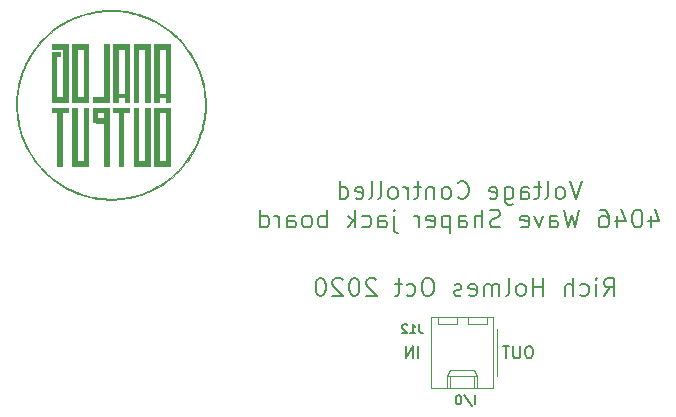
<source format=gbr>
%TF.GenerationSoftware,KiCad,Pcbnew,5.1.6-c6e7f7d~87~ubuntu20.04.1*%
%TF.CreationDate,2020-10-29T23:20:03-04:00*%
%TF.ProjectId,waveshaper-aux,77617665-7368-4617-9065-722d6175782e,rev?*%
%TF.SameCoordinates,Original*%
%TF.FileFunction,Legend,Bot*%
%TF.FilePolarity,Positive*%
%FSLAX46Y46*%
G04 Gerber Fmt 4.6, Leading zero omitted, Abs format (unit mm)*
G04 Created by KiCad (PCBNEW 5.1.6-c6e7f7d~87~ubuntu20.04.1) date 2020-10-29 23:20:03*
%MOMM*%
%LPD*%
G01*
G04 APERTURE LIST*
%ADD10C,0.150000*%
%ADD11C,0.120000*%
%ADD12C,0.010000*%
G04 APERTURE END LIST*
D10*
X236523809Y-186702380D02*
X236523809Y-185702380D01*
X236047619Y-186702380D02*
X236047619Y-185702380D01*
X235476190Y-186702380D01*
X235476190Y-185702380D01*
X246000000Y-185702380D02*
X245809523Y-185702380D01*
X245714285Y-185750000D01*
X245619047Y-185845238D01*
X245571428Y-186035714D01*
X245571428Y-186369047D01*
X245619047Y-186559523D01*
X245714285Y-186654761D01*
X245809523Y-186702380D01*
X246000000Y-186702380D01*
X246095238Y-186654761D01*
X246190476Y-186559523D01*
X246238095Y-186369047D01*
X246238095Y-186035714D01*
X246190476Y-185845238D01*
X246095238Y-185750000D01*
X246000000Y-185702380D01*
X245142857Y-185702380D02*
X245142857Y-186511904D01*
X245095238Y-186607142D01*
X245047619Y-186654761D01*
X244952380Y-186702380D01*
X244761904Y-186702380D01*
X244666666Y-186654761D01*
X244619047Y-186607142D01*
X244571428Y-186511904D01*
X244571428Y-185702380D01*
X244238095Y-185702380D02*
X243666666Y-185702380D01*
X243952380Y-186702380D02*
X243952380Y-185702380D01*
X250357142Y-171728571D02*
X249857142Y-173228571D01*
X249357142Y-171728571D01*
X248642857Y-173228571D02*
X248785714Y-173157142D01*
X248857142Y-173085714D01*
X248928571Y-172942857D01*
X248928571Y-172514285D01*
X248857142Y-172371428D01*
X248785714Y-172300000D01*
X248642857Y-172228571D01*
X248428571Y-172228571D01*
X248285714Y-172300000D01*
X248214285Y-172371428D01*
X248142857Y-172514285D01*
X248142857Y-172942857D01*
X248214285Y-173085714D01*
X248285714Y-173157142D01*
X248428571Y-173228571D01*
X248642857Y-173228571D01*
X247285714Y-173228571D02*
X247428571Y-173157142D01*
X247500000Y-173014285D01*
X247500000Y-171728571D01*
X246928571Y-172228571D02*
X246357142Y-172228571D01*
X246714285Y-171728571D02*
X246714285Y-173014285D01*
X246642857Y-173157142D01*
X246500000Y-173228571D01*
X246357142Y-173228571D01*
X245214285Y-173228571D02*
X245214285Y-172442857D01*
X245285714Y-172300000D01*
X245428571Y-172228571D01*
X245714285Y-172228571D01*
X245857142Y-172300000D01*
X245214285Y-173157142D02*
X245357142Y-173228571D01*
X245714285Y-173228571D01*
X245857142Y-173157142D01*
X245928571Y-173014285D01*
X245928571Y-172871428D01*
X245857142Y-172728571D01*
X245714285Y-172657142D01*
X245357142Y-172657142D01*
X245214285Y-172585714D01*
X243857142Y-172228571D02*
X243857142Y-173442857D01*
X243928571Y-173585714D01*
X244000000Y-173657142D01*
X244142857Y-173728571D01*
X244357142Y-173728571D01*
X244500000Y-173657142D01*
X243857142Y-173157142D02*
X244000000Y-173228571D01*
X244285714Y-173228571D01*
X244428571Y-173157142D01*
X244500000Y-173085714D01*
X244571428Y-172942857D01*
X244571428Y-172514285D01*
X244500000Y-172371428D01*
X244428571Y-172300000D01*
X244285714Y-172228571D01*
X244000000Y-172228571D01*
X243857142Y-172300000D01*
X242571428Y-173157142D02*
X242714285Y-173228571D01*
X243000000Y-173228571D01*
X243142857Y-173157142D01*
X243214285Y-173014285D01*
X243214285Y-172442857D01*
X243142857Y-172300000D01*
X243000000Y-172228571D01*
X242714285Y-172228571D01*
X242571428Y-172300000D01*
X242500000Y-172442857D01*
X242500000Y-172585714D01*
X243214285Y-172728571D01*
X239857142Y-173085714D02*
X239928571Y-173157142D01*
X240142857Y-173228571D01*
X240285714Y-173228571D01*
X240500000Y-173157142D01*
X240642857Y-173014285D01*
X240714285Y-172871428D01*
X240785714Y-172585714D01*
X240785714Y-172371428D01*
X240714285Y-172085714D01*
X240642857Y-171942857D01*
X240500000Y-171800000D01*
X240285714Y-171728571D01*
X240142857Y-171728571D01*
X239928571Y-171800000D01*
X239857142Y-171871428D01*
X239000000Y-173228571D02*
X239142857Y-173157142D01*
X239214285Y-173085714D01*
X239285714Y-172942857D01*
X239285714Y-172514285D01*
X239214285Y-172371428D01*
X239142857Y-172300000D01*
X239000000Y-172228571D01*
X238785714Y-172228571D01*
X238642857Y-172300000D01*
X238571428Y-172371428D01*
X238500000Y-172514285D01*
X238500000Y-172942857D01*
X238571428Y-173085714D01*
X238642857Y-173157142D01*
X238785714Y-173228571D01*
X239000000Y-173228571D01*
X237857142Y-172228571D02*
X237857142Y-173228571D01*
X237857142Y-172371428D02*
X237785714Y-172300000D01*
X237642857Y-172228571D01*
X237428571Y-172228571D01*
X237285714Y-172300000D01*
X237214285Y-172442857D01*
X237214285Y-173228571D01*
X236714285Y-172228571D02*
X236142857Y-172228571D01*
X236500000Y-171728571D02*
X236500000Y-173014285D01*
X236428571Y-173157142D01*
X236285714Y-173228571D01*
X236142857Y-173228571D01*
X235642857Y-173228571D02*
X235642857Y-172228571D01*
X235642857Y-172514285D02*
X235571428Y-172371428D01*
X235500000Y-172300000D01*
X235357142Y-172228571D01*
X235214285Y-172228571D01*
X234500000Y-173228571D02*
X234642857Y-173157142D01*
X234714285Y-173085714D01*
X234785714Y-172942857D01*
X234785714Y-172514285D01*
X234714285Y-172371428D01*
X234642857Y-172300000D01*
X234500000Y-172228571D01*
X234285714Y-172228571D01*
X234142857Y-172300000D01*
X234071428Y-172371428D01*
X234000000Y-172514285D01*
X234000000Y-172942857D01*
X234071428Y-173085714D01*
X234142857Y-173157142D01*
X234285714Y-173228571D01*
X234500000Y-173228571D01*
X233142857Y-173228571D02*
X233285714Y-173157142D01*
X233357142Y-173014285D01*
X233357142Y-171728571D01*
X232357142Y-173228571D02*
X232500000Y-173157142D01*
X232571428Y-173014285D01*
X232571428Y-171728571D01*
X231214285Y-173157142D02*
X231357142Y-173228571D01*
X231642857Y-173228571D01*
X231785714Y-173157142D01*
X231857142Y-173014285D01*
X231857142Y-172442857D01*
X231785714Y-172300000D01*
X231642857Y-172228571D01*
X231357142Y-172228571D01*
X231214285Y-172300000D01*
X231142857Y-172442857D01*
X231142857Y-172585714D01*
X231857142Y-172728571D01*
X229857142Y-173228571D02*
X229857142Y-171728571D01*
X229857142Y-173157142D02*
X230000000Y-173228571D01*
X230285714Y-173228571D01*
X230428571Y-173157142D01*
X230500000Y-173085714D01*
X230571428Y-172942857D01*
X230571428Y-172514285D01*
X230500000Y-172371428D01*
X230428571Y-172300000D01*
X230285714Y-172228571D01*
X230000000Y-172228571D01*
X229857142Y-172300000D01*
X256214285Y-174628571D02*
X256214285Y-175628571D01*
X256571428Y-174057142D02*
X256928571Y-175128571D01*
X256000000Y-175128571D01*
X255142857Y-174128571D02*
X255000000Y-174128571D01*
X254857142Y-174200000D01*
X254785714Y-174271428D01*
X254714285Y-174414285D01*
X254642857Y-174700000D01*
X254642857Y-175057142D01*
X254714285Y-175342857D01*
X254785714Y-175485714D01*
X254857142Y-175557142D01*
X255000000Y-175628571D01*
X255142857Y-175628571D01*
X255285714Y-175557142D01*
X255357142Y-175485714D01*
X255428571Y-175342857D01*
X255500000Y-175057142D01*
X255500000Y-174700000D01*
X255428571Y-174414285D01*
X255357142Y-174271428D01*
X255285714Y-174200000D01*
X255142857Y-174128571D01*
X253357142Y-174628571D02*
X253357142Y-175628571D01*
X253714285Y-174057142D02*
X254071428Y-175128571D01*
X253142857Y-175128571D01*
X251928571Y-174128571D02*
X252214285Y-174128571D01*
X252357142Y-174200000D01*
X252428571Y-174271428D01*
X252571428Y-174485714D01*
X252642857Y-174771428D01*
X252642857Y-175342857D01*
X252571428Y-175485714D01*
X252500000Y-175557142D01*
X252357142Y-175628571D01*
X252071428Y-175628571D01*
X251928571Y-175557142D01*
X251857142Y-175485714D01*
X251785714Y-175342857D01*
X251785714Y-174985714D01*
X251857142Y-174842857D01*
X251928571Y-174771428D01*
X252071428Y-174700000D01*
X252357142Y-174700000D01*
X252500000Y-174771428D01*
X252571428Y-174842857D01*
X252642857Y-174985714D01*
X250142857Y-174128571D02*
X249785714Y-175628571D01*
X249500000Y-174557142D01*
X249214285Y-175628571D01*
X248857142Y-174128571D01*
X247642857Y-175628571D02*
X247642857Y-174842857D01*
X247714285Y-174700000D01*
X247857142Y-174628571D01*
X248142857Y-174628571D01*
X248285714Y-174700000D01*
X247642857Y-175557142D02*
X247785714Y-175628571D01*
X248142857Y-175628571D01*
X248285714Y-175557142D01*
X248357142Y-175414285D01*
X248357142Y-175271428D01*
X248285714Y-175128571D01*
X248142857Y-175057142D01*
X247785714Y-175057142D01*
X247642857Y-174985714D01*
X247071428Y-174628571D02*
X246714285Y-175628571D01*
X246357142Y-174628571D01*
X245214285Y-175557142D02*
X245357142Y-175628571D01*
X245642857Y-175628571D01*
X245785714Y-175557142D01*
X245857142Y-175414285D01*
X245857142Y-174842857D01*
X245785714Y-174700000D01*
X245642857Y-174628571D01*
X245357142Y-174628571D01*
X245214285Y-174700000D01*
X245142857Y-174842857D01*
X245142857Y-174985714D01*
X245857142Y-175128571D01*
X243428571Y-175557142D02*
X243214285Y-175628571D01*
X242857142Y-175628571D01*
X242714285Y-175557142D01*
X242642857Y-175485714D01*
X242571428Y-175342857D01*
X242571428Y-175200000D01*
X242642857Y-175057142D01*
X242714285Y-174985714D01*
X242857142Y-174914285D01*
X243142857Y-174842857D01*
X243285714Y-174771428D01*
X243357142Y-174700000D01*
X243428571Y-174557142D01*
X243428571Y-174414285D01*
X243357142Y-174271428D01*
X243285714Y-174200000D01*
X243142857Y-174128571D01*
X242785714Y-174128571D01*
X242571428Y-174200000D01*
X241928571Y-175628571D02*
X241928571Y-174128571D01*
X241285714Y-175628571D02*
X241285714Y-174842857D01*
X241357142Y-174700000D01*
X241500000Y-174628571D01*
X241714285Y-174628571D01*
X241857142Y-174700000D01*
X241928571Y-174771428D01*
X239928571Y-175628571D02*
X239928571Y-174842857D01*
X240000000Y-174700000D01*
X240142857Y-174628571D01*
X240428571Y-174628571D01*
X240571428Y-174700000D01*
X239928571Y-175557142D02*
X240071428Y-175628571D01*
X240428571Y-175628571D01*
X240571428Y-175557142D01*
X240642857Y-175414285D01*
X240642857Y-175271428D01*
X240571428Y-175128571D01*
X240428571Y-175057142D01*
X240071428Y-175057142D01*
X239928571Y-174985714D01*
X239214285Y-174628571D02*
X239214285Y-176128571D01*
X239214285Y-174700000D02*
X239071428Y-174628571D01*
X238785714Y-174628571D01*
X238642857Y-174700000D01*
X238571428Y-174771428D01*
X238500000Y-174914285D01*
X238500000Y-175342857D01*
X238571428Y-175485714D01*
X238642857Y-175557142D01*
X238785714Y-175628571D01*
X239071428Y-175628571D01*
X239214285Y-175557142D01*
X237285714Y-175557142D02*
X237428571Y-175628571D01*
X237714285Y-175628571D01*
X237857142Y-175557142D01*
X237928571Y-175414285D01*
X237928571Y-174842857D01*
X237857142Y-174700000D01*
X237714285Y-174628571D01*
X237428571Y-174628571D01*
X237285714Y-174700000D01*
X237214285Y-174842857D01*
X237214285Y-174985714D01*
X237928571Y-175128571D01*
X236571428Y-175628571D02*
X236571428Y-174628571D01*
X236571428Y-174914285D02*
X236500000Y-174771428D01*
X236428571Y-174700000D01*
X236285714Y-174628571D01*
X236142857Y-174628571D01*
X234500000Y-174628571D02*
X234500000Y-175914285D01*
X234571428Y-176057142D01*
X234714285Y-176128571D01*
X234785714Y-176128571D01*
X234500000Y-174128571D02*
X234571428Y-174200000D01*
X234500000Y-174271428D01*
X234428571Y-174200000D01*
X234500000Y-174128571D01*
X234500000Y-174271428D01*
X233142857Y-175628571D02*
X233142857Y-174842857D01*
X233214285Y-174700000D01*
X233357142Y-174628571D01*
X233642857Y-174628571D01*
X233785714Y-174700000D01*
X233142857Y-175557142D02*
X233285714Y-175628571D01*
X233642857Y-175628571D01*
X233785714Y-175557142D01*
X233857142Y-175414285D01*
X233857142Y-175271428D01*
X233785714Y-175128571D01*
X233642857Y-175057142D01*
X233285714Y-175057142D01*
X233142857Y-174985714D01*
X231785714Y-175557142D02*
X231928571Y-175628571D01*
X232214285Y-175628571D01*
X232357142Y-175557142D01*
X232428571Y-175485714D01*
X232500000Y-175342857D01*
X232500000Y-174914285D01*
X232428571Y-174771428D01*
X232357142Y-174700000D01*
X232214285Y-174628571D01*
X231928571Y-174628571D01*
X231785714Y-174700000D01*
X231142857Y-175628571D02*
X231142857Y-174128571D01*
X231000000Y-175057142D02*
X230571428Y-175628571D01*
X230571428Y-174628571D02*
X231142857Y-175200000D01*
X228785714Y-175628571D02*
X228785714Y-174128571D01*
X228785714Y-174700000D02*
X228642857Y-174628571D01*
X228357142Y-174628571D01*
X228214285Y-174700000D01*
X228142857Y-174771428D01*
X228071428Y-174914285D01*
X228071428Y-175342857D01*
X228142857Y-175485714D01*
X228214285Y-175557142D01*
X228357142Y-175628571D01*
X228642857Y-175628571D01*
X228785714Y-175557142D01*
X227214285Y-175628571D02*
X227357142Y-175557142D01*
X227428571Y-175485714D01*
X227500000Y-175342857D01*
X227500000Y-174914285D01*
X227428571Y-174771428D01*
X227357142Y-174700000D01*
X227214285Y-174628571D01*
X227000000Y-174628571D01*
X226857142Y-174700000D01*
X226785714Y-174771428D01*
X226714285Y-174914285D01*
X226714285Y-175342857D01*
X226785714Y-175485714D01*
X226857142Y-175557142D01*
X227000000Y-175628571D01*
X227214285Y-175628571D01*
X225428571Y-175628571D02*
X225428571Y-174842857D01*
X225500000Y-174700000D01*
X225642857Y-174628571D01*
X225928571Y-174628571D01*
X226071428Y-174700000D01*
X225428571Y-175557142D02*
X225571428Y-175628571D01*
X225928571Y-175628571D01*
X226071428Y-175557142D01*
X226142857Y-175414285D01*
X226142857Y-175271428D01*
X226071428Y-175128571D01*
X225928571Y-175057142D01*
X225571428Y-175057142D01*
X225428571Y-174985714D01*
X224714285Y-175628571D02*
X224714285Y-174628571D01*
X224714285Y-174914285D02*
X224642857Y-174771428D01*
X224571428Y-174700000D01*
X224428571Y-174628571D01*
X224285714Y-174628571D01*
X223142857Y-175628571D02*
X223142857Y-174128571D01*
X223142857Y-175557142D02*
X223285714Y-175628571D01*
X223571428Y-175628571D01*
X223714285Y-175557142D01*
X223785714Y-175485714D01*
X223857142Y-175342857D01*
X223857142Y-174914285D01*
X223785714Y-174771428D01*
X223714285Y-174700000D01*
X223571428Y-174628571D01*
X223285714Y-174628571D01*
X223142857Y-174700000D01*
X252250000Y-181428571D02*
X252750000Y-180714285D01*
X253107142Y-181428571D02*
X253107142Y-179928571D01*
X252535714Y-179928571D01*
X252392857Y-180000000D01*
X252321428Y-180071428D01*
X252250000Y-180214285D01*
X252250000Y-180428571D01*
X252321428Y-180571428D01*
X252392857Y-180642857D01*
X252535714Y-180714285D01*
X253107142Y-180714285D01*
X251607142Y-181428571D02*
X251607142Y-180428571D01*
X251607142Y-179928571D02*
X251678571Y-180000000D01*
X251607142Y-180071428D01*
X251535714Y-180000000D01*
X251607142Y-179928571D01*
X251607142Y-180071428D01*
X250250000Y-181357142D02*
X250392857Y-181428571D01*
X250678571Y-181428571D01*
X250821428Y-181357142D01*
X250892857Y-181285714D01*
X250964285Y-181142857D01*
X250964285Y-180714285D01*
X250892857Y-180571428D01*
X250821428Y-180500000D01*
X250678571Y-180428571D01*
X250392857Y-180428571D01*
X250250000Y-180500000D01*
X249607142Y-181428571D02*
X249607142Y-179928571D01*
X248964285Y-181428571D02*
X248964285Y-180642857D01*
X249035714Y-180500000D01*
X249178571Y-180428571D01*
X249392857Y-180428571D01*
X249535714Y-180500000D01*
X249607142Y-180571428D01*
X247107142Y-181428571D02*
X247107142Y-179928571D01*
X247107142Y-180642857D02*
X246250000Y-180642857D01*
X246250000Y-181428571D02*
X246250000Y-179928571D01*
X245321428Y-181428571D02*
X245464285Y-181357142D01*
X245535714Y-181285714D01*
X245607142Y-181142857D01*
X245607142Y-180714285D01*
X245535714Y-180571428D01*
X245464285Y-180500000D01*
X245321428Y-180428571D01*
X245107142Y-180428571D01*
X244964285Y-180500000D01*
X244892857Y-180571428D01*
X244821428Y-180714285D01*
X244821428Y-181142857D01*
X244892857Y-181285714D01*
X244964285Y-181357142D01*
X245107142Y-181428571D01*
X245321428Y-181428571D01*
X243964285Y-181428571D02*
X244107142Y-181357142D01*
X244178571Y-181214285D01*
X244178571Y-179928571D01*
X243392857Y-181428571D02*
X243392857Y-180428571D01*
X243392857Y-180571428D02*
X243321428Y-180500000D01*
X243178571Y-180428571D01*
X242964285Y-180428571D01*
X242821428Y-180500000D01*
X242750000Y-180642857D01*
X242750000Y-181428571D01*
X242750000Y-180642857D02*
X242678571Y-180500000D01*
X242535714Y-180428571D01*
X242321428Y-180428571D01*
X242178571Y-180500000D01*
X242107142Y-180642857D01*
X242107142Y-181428571D01*
X240821428Y-181357142D02*
X240964285Y-181428571D01*
X241250000Y-181428571D01*
X241392857Y-181357142D01*
X241464285Y-181214285D01*
X241464285Y-180642857D01*
X241392857Y-180500000D01*
X241250000Y-180428571D01*
X240964285Y-180428571D01*
X240821428Y-180500000D01*
X240750000Y-180642857D01*
X240750000Y-180785714D01*
X241464285Y-180928571D01*
X240178571Y-181357142D02*
X240035714Y-181428571D01*
X239750000Y-181428571D01*
X239607142Y-181357142D01*
X239535714Y-181214285D01*
X239535714Y-181142857D01*
X239607142Y-181000000D01*
X239750000Y-180928571D01*
X239964285Y-180928571D01*
X240107142Y-180857142D01*
X240178571Y-180714285D01*
X240178571Y-180642857D01*
X240107142Y-180500000D01*
X239964285Y-180428571D01*
X239750000Y-180428571D01*
X239607142Y-180500000D01*
X237464285Y-179928571D02*
X237178571Y-179928571D01*
X237035714Y-180000000D01*
X236892857Y-180142857D01*
X236821428Y-180428571D01*
X236821428Y-180928571D01*
X236892857Y-181214285D01*
X237035714Y-181357142D01*
X237178571Y-181428571D01*
X237464285Y-181428571D01*
X237607142Y-181357142D01*
X237750000Y-181214285D01*
X237821428Y-180928571D01*
X237821428Y-180428571D01*
X237750000Y-180142857D01*
X237607142Y-180000000D01*
X237464285Y-179928571D01*
X235535714Y-181357142D02*
X235678571Y-181428571D01*
X235964285Y-181428571D01*
X236107142Y-181357142D01*
X236178571Y-181285714D01*
X236250000Y-181142857D01*
X236250000Y-180714285D01*
X236178571Y-180571428D01*
X236107142Y-180500000D01*
X235964285Y-180428571D01*
X235678571Y-180428571D01*
X235535714Y-180500000D01*
X235107142Y-180428571D02*
X234535714Y-180428571D01*
X234892857Y-179928571D02*
X234892857Y-181214285D01*
X234821428Y-181357142D01*
X234678571Y-181428571D01*
X234535714Y-181428571D01*
X232964285Y-180071428D02*
X232892857Y-180000000D01*
X232750000Y-179928571D01*
X232392857Y-179928571D01*
X232250000Y-180000000D01*
X232178571Y-180071428D01*
X232107142Y-180214285D01*
X232107142Y-180357142D01*
X232178571Y-180571428D01*
X233035714Y-181428571D01*
X232107142Y-181428571D01*
X231178571Y-179928571D02*
X231035714Y-179928571D01*
X230892857Y-180000000D01*
X230821428Y-180071428D01*
X230750000Y-180214285D01*
X230678571Y-180500000D01*
X230678571Y-180857142D01*
X230750000Y-181142857D01*
X230821428Y-181285714D01*
X230892857Y-181357142D01*
X231035714Y-181428571D01*
X231178571Y-181428571D01*
X231321428Y-181357142D01*
X231392857Y-181285714D01*
X231464285Y-181142857D01*
X231535714Y-180857142D01*
X231535714Y-180500000D01*
X231464285Y-180214285D01*
X231392857Y-180071428D01*
X231321428Y-180000000D01*
X231178571Y-179928571D01*
X230107142Y-180071428D02*
X230035714Y-180000000D01*
X229892857Y-179928571D01*
X229535714Y-179928571D01*
X229392857Y-180000000D01*
X229321428Y-180071428D01*
X229250000Y-180214285D01*
X229250000Y-180357142D01*
X229321428Y-180571428D01*
X230178571Y-181428571D01*
X229250000Y-181428571D01*
X228321428Y-179928571D02*
X228178571Y-179928571D01*
X228035714Y-180000000D01*
X227964285Y-180071428D01*
X227892857Y-180214285D01*
X227821428Y-180500000D01*
X227821428Y-180857142D01*
X227892857Y-181142857D01*
X227964285Y-181285714D01*
X228035714Y-181357142D01*
X228178571Y-181428571D01*
X228321428Y-181428571D01*
X228464285Y-181357142D01*
X228535714Y-181285714D01*
X228607142Y-181142857D01*
X228678571Y-180857142D01*
X228678571Y-180500000D01*
X228607142Y-180214285D01*
X228535714Y-180071428D01*
X228464285Y-180000000D01*
X228321428Y-179928571D01*
D11*
%TO.C,J12*%
X238160000Y-183820000D02*
X238160000Y-183220000D01*
X239760000Y-183820000D02*
X238160000Y-183820000D01*
X239760000Y-183220000D02*
X239760000Y-183820000D01*
X240700000Y-183820000D02*
X240700000Y-183220000D01*
X242300000Y-183820000D02*
X240700000Y-183820000D01*
X242300000Y-183220000D02*
X242300000Y-183820000D01*
X239210000Y-189240000D02*
X239210000Y-188240000D01*
X241250000Y-189240000D02*
X241250000Y-188240000D01*
X239210000Y-187710000D02*
X238960000Y-188240000D01*
X241250000Y-187710000D02*
X239210000Y-187710000D01*
X241500000Y-188240000D02*
X241250000Y-187710000D01*
X238960000Y-188240000D02*
X238960000Y-189240000D01*
X241500000Y-188240000D02*
X238960000Y-188240000D01*
X241500000Y-189240000D02*
X241500000Y-188240000D01*
X243170000Y-184250000D02*
X243170000Y-188250000D01*
X237580000Y-183220000D02*
X242880000Y-183220000D01*
X237580000Y-189240000D02*
X237580000Y-183220000D01*
X242880000Y-189240000D02*
X237580000Y-189240000D01*
X242880000Y-183220000D02*
X242880000Y-189240000D01*
D12*
%TO.C,G\u002A\u002A\u002A*%
G36*
X210325009Y-157225735D02*
G01*
X210109371Y-157232774D01*
X209901091Y-157245337D01*
X209890400Y-157246151D01*
X209571626Y-157277031D01*
X209255426Y-157320289D01*
X208942096Y-157375818D01*
X208631928Y-157443510D01*
X208325218Y-157523257D01*
X208022259Y-157614950D01*
X207723346Y-157718480D01*
X207428773Y-157833741D01*
X207138834Y-157960622D01*
X206853823Y-158099017D01*
X206574035Y-158248816D01*
X206299763Y-158409912D01*
X206031301Y-158582196D01*
X205775600Y-158760716D01*
X205527604Y-158948759D01*
X205286079Y-159147428D01*
X205051714Y-159356041D01*
X204825199Y-159573919D01*
X204607223Y-159800380D01*
X204398476Y-160034742D01*
X204199645Y-160276326D01*
X204066140Y-160450161D01*
X203881124Y-160708787D01*
X203706770Y-160974146D01*
X203543239Y-161245861D01*
X203390694Y-161523556D01*
X203249296Y-161806854D01*
X203119206Y-162095380D01*
X203000587Y-162388756D01*
X202893601Y-162686608D01*
X202798409Y-162988557D01*
X202715173Y-163294229D01*
X202644055Y-163603246D01*
X202590945Y-163881575D01*
X202562958Y-164054235D01*
X202538963Y-164225168D01*
X202518561Y-164397803D01*
X202501352Y-164575570D01*
X202486937Y-164761896D01*
X202485069Y-164789625D01*
X202482958Y-164829936D01*
X202481165Y-164881142D01*
X202479689Y-164941464D01*
X202478531Y-165009124D01*
X202477690Y-165082341D01*
X202477167Y-165159338D01*
X202476961Y-165238334D01*
X202477074Y-165317552D01*
X202477504Y-165395212D01*
X202478252Y-165469534D01*
X202479319Y-165538741D01*
X202480704Y-165601053D01*
X202482407Y-165654691D01*
X202484429Y-165697876D01*
X202485009Y-165707200D01*
X202506361Y-165975334D01*
X202534324Y-166234351D01*
X202569188Y-166486148D01*
X202611243Y-166732622D01*
X202660779Y-166975671D01*
X202712045Y-167193241D01*
X202796259Y-167503427D01*
X202892154Y-167808673D01*
X202999638Y-168108811D01*
X203118622Y-168403671D01*
X203249016Y-168693085D01*
X203390729Y-168976882D01*
X203543671Y-169254895D01*
X203707753Y-169526954D01*
X203882883Y-169792889D01*
X204068972Y-170052532D01*
X204265930Y-170305714D01*
X204473666Y-170552265D01*
X204545554Y-170633239D01*
X204577512Y-170668069D01*
X204617042Y-170710027D01*
X204662613Y-170757566D01*
X204712690Y-170809144D01*
X204765738Y-170863214D01*
X204820224Y-170918232D01*
X204874614Y-170972654D01*
X204927374Y-171024935D01*
X204976969Y-171073529D01*
X205021866Y-171116893D01*
X205060531Y-171153481D01*
X205080275Y-171171698D01*
X205322836Y-171384082D01*
X205572174Y-171585786D01*
X205828032Y-171776703D01*
X206090154Y-171956729D01*
X206358283Y-172125757D01*
X206632164Y-172283681D01*
X206911538Y-172430395D01*
X207196149Y-172565794D01*
X207485742Y-172689772D01*
X207780059Y-172802223D01*
X208078844Y-172903041D01*
X208381840Y-172992120D01*
X208688790Y-173069355D01*
X208999438Y-173134638D01*
X209313528Y-173187866D01*
X209630802Y-173228931D01*
X209951004Y-173257728D01*
X210166625Y-173270087D01*
X210205981Y-173271469D01*
X210255474Y-173272637D01*
X210312849Y-173273583D01*
X210375849Y-173274301D01*
X210442219Y-173274782D01*
X210509705Y-173275020D01*
X210576049Y-173275006D01*
X210638997Y-173274734D01*
X210696292Y-173274196D01*
X210745681Y-173273385D01*
X210784906Y-173272293D01*
X210788925Y-173272138D01*
X211110722Y-173253071D01*
X211429955Y-173221720D01*
X211746341Y-173178190D01*
X212059596Y-173122587D01*
X212369438Y-173055016D01*
X212675584Y-172975583D01*
X212977751Y-172884392D01*
X213275655Y-172781550D01*
X213569013Y-172667162D01*
X213857543Y-172541333D01*
X214140962Y-172404168D01*
X214418985Y-172255773D01*
X214691331Y-172096253D01*
X214957715Y-171925714D01*
X215217856Y-171744261D01*
X215471470Y-171552000D01*
X215526025Y-171508532D01*
X215737418Y-171332109D01*
X215946302Y-171144938D01*
X216150677Y-170948964D01*
X216348541Y-170746129D01*
X216537893Y-170538375D01*
X216605801Y-170460175D01*
X216803678Y-170219527D01*
X216992429Y-169970284D01*
X217171698Y-169713034D01*
X217341129Y-169448365D01*
X217500368Y-169176867D01*
X217649059Y-168899127D01*
X217786847Y-168615734D01*
X217913377Y-168327277D01*
X217955038Y-168224975D01*
X218066951Y-167927599D01*
X218166713Y-167626886D01*
X218254313Y-167323211D01*
X218329739Y-167016952D01*
X218392978Y-166708484D01*
X218444020Y-166398185D01*
X218482850Y-166086431D01*
X218509459Y-165773599D01*
X218523833Y-165460065D01*
X218525257Y-165250000D01*
X218440525Y-165250000D01*
X218440420Y-165346293D01*
X218440053Y-165431638D01*
X218439342Y-165507786D01*
X218438208Y-165576488D01*
X218436571Y-165639495D01*
X218434351Y-165698557D01*
X218431468Y-165755424D01*
X218427841Y-165811849D01*
X218423391Y-165869581D01*
X218418037Y-165930371D01*
X218411699Y-165995971D01*
X218404298Y-166068131D01*
X218402188Y-166088200D01*
X218362733Y-166401784D01*
X218310918Y-166712810D01*
X218246887Y-167020937D01*
X218170786Y-167325827D01*
X218082758Y-167627138D01*
X217982949Y-167924531D01*
X217871503Y-168217665D01*
X217748565Y-168506201D01*
X217614278Y-168789799D01*
X217468789Y-169068118D01*
X217312242Y-169340819D01*
X217144781Y-169607562D01*
X216966550Y-169868007D01*
X216777696Y-170121813D01*
X216584278Y-170361595D01*
X216525300Y-170431174D01*
X216468385Y-170496716D01*
X216411728Y-170560173D01*
X216353524Y-170623500D01*
X216291968Y-170688647D01*
X216225256Y-170757568D01*
X216151582Y-170832215D01*
X216120129Y-170863744D01*
X215991722Y-170990062D01*
X215867782Y-171107562D01*
X215746037Y-171218192D01*
X215624215Y-171323898D01*
X215500044Y-171426628D01*
X215371255Y-171528330D01*
X215235573Y-171630950D01*
X215162960Y-171684290D01*
X214920788Y-171853233D01*
X214669703Y-172014170D01*
X214410879Y-172166523D01*
X214145489Y-172309718D01*
X213874710Y-172443179D01*
X213599715Y-172566331D01*
X213321679Y-172678598D01*
X213041777Y-172779404D01*
X212761182Y-172868175D01*
X212725675Y-172878524D01*
X212496154Y-172941549D01*
X212270120Y-172996941D01*
X212045439Y-173045055D01*
X211819972Y-173086244D01*
X211591585Y-173120863D01*
X211358141Y-173149267D01*
X211117502Y-173171810D01*
X210867534Y-173188847D01*
X210849250Y-173189864D01*
X210821293Y-173190894D01*
X210782221Y-173191600D01*
X210733615Y-173192002D01*
X210677056Y-173192121D01*
X210614126Y-173191975D01*
X210546404Y-173191584D01*
X210475472Y-173190970D01*
X210402911Y-173190150D01*
X210330302Y-173189146D01*
X210259224Y-173187976D01*
X210191260Y-173186661D01*
X210127990Y-173185221D01*
X210070995Y-173183675D01*
X210021856Y-173182043D01*
X209982154Y-173180346D01*
X209953900Y-173178635D01*
X209809442Y-173166665D01*
X209674159Y-173153570D01*
X209544545Y-173138923D01*
X209417097Y-173122300D01*
X209288308Y-173103277D01*
X209160150Y-173082359D01*
X208850510Y-173023295D01*
X208543869Y-172951975D01*
X208240608Y-172868569D01*
X207941105Y-172773249D01*
X207645737Y-172666185D01*
X207354884Y-172547547D01*
X207068923Y-172417506D01*
X206788234Y-172276233D01*
X206513194Y-172123898D01*
X206244181Y-171960672D01*
X205981575Y-171786725D01*
X205725753Y-171602227D01*
X205518425Y-171440866D01*
X205310283Y-171267043D01*
X205105548Y-171083804D01*
X204906369Y-170893227D01*
X204714898Y-170697393D01*
X204533285Y-170498381D01*
X204477831Y-170434632D01*
X204274860Y-170188812D01*
X204082363Y-169935875D01*
X203900468Y-169676036D01*
X203729306Y-169409510D01*
X203569009Y-169136511D01*
X203419705Y-168857255D01*
X203281527Y-168571957D01*
X203154604Y-168280832D01*
X203123646Y-168204666D01*
X203011364Y-167907325D01*
X202911208Y-167606408D01*
X202823252Y-167302227D01*
X202747572Y-166995092D01*
X202684244Y-166685316D01*
X202633342Y-166373210D01*
X202594942Y-166059086D01*
X202588183Y-165989775D01*
X202582207Y-165924465D01*
X202577107Y-165865676D01*
X202572815Y-165811664D01*
X202569263Y-165760687D01*
X202566382Y-165711004D01*
X202564106Y-165660873D01*
X202562366Y-165608551D01*
X202561093Y-165552296D01*
X202560221Y-165490367D01*
X202559681Y-165421022D01*
X202559405Y-165342518D01*
X202559326Y-165253113D01*
X202559325Y-165250000D01*
X202559400Y-165160211D01*
X202559668Y-165081379D01*
X202560199Y-165011763D01*
X202561059Y-164949620D01*
X202562317Y-164893208D01*
X202564041Y-164840785D01*
X202566299Y-164790610D01*
X202569159Y-164740940D01*
X202572688Y-164690033D01*
X202576955Y-164636147D01*
X202582028Y-164577541D01*
X202587974Y-164512471D01*
X202588183Y-164510225D01*
X202623729Y-164196587D01*
X202671716Y-163885048D01*
X202732001Y-163575996D01*
X202804441Y-163269818D01*
X202888891Y-162966902D01*
X202985209Y-162667635D01*
X203093252Y-162372406D01*
X203212876Y-162081601D01*
X203343939Y-161795608D01*
X203486296Y-161514815D01*
X203639804Y-161239610D01*
X203804321Y-160970379D01*
X203979703Y-160707511D01*
X204009306Y-160665300D01*
X204196191Y-160411644D01*
X204393354Y-160165341D01*
X204600514Y-159926690D01*
X204817389Y-159695990D01*
X205043696Y-159473539D01*
X205279154Y-159259637D01*
X205523481Y-159054582D01*
X205547000Y-159035687D01*
X205790568Y-158848764D01*
X206042808Y-158670822D01*
X206303058Y-158502232D01*
X206570652Y-158343367D01*
X206844925Y-158194601D01*
X207125213Y-158056305D01*
X207410851Y-157928853D01*
X207701175Y-157812617D01*
X207782200Y-157782502D01*
X208065528Y-157685024D01*
X208351701Y-157598738D01*
X208641467Y-157523486D01*
X208935573Y-157459108D01*
X209234766Y-157405447D01*
X209539791Y-157362344D01*
X209851396Y-157329641D01*
X209960250Y-157320767D01*
X210011370Y-157317595D01*
X210073408Y-157314898D01*
X210144593Y-157312679D01*
X210223153Y-157310935D01*
X210307315Y-157309667D01*
X210395309Y-157308876D01*
X210485361Y-157308561D01*
X210575700Y-157308722D01*
X210664553Y-157309359D01*
X210750149Y-157310473D01*
X210830716Y-157312062D01*
X210904480Y-157314128D01*
X210969671Y-157316670D01*
X211024517Y-157319689D01*
X211039750Y-157320767D01*
X211315546Y-157345598D01*
X211582838Y-157377842D01*
X211843686Y-157417858D01*
X212100144Y-157466002D01*
X212354271Y-157522631D01*
X212608124Y-157588104D01*
X212657319Y-157601805D01*
X212957127Y-157692852D01*
X213253427Y-157795948D01*
X213545696Y-157910819D01*
X213833407Y-158037187D01*
X214116037Y-158174778D01*
X214393060Y-158323317D01*
X214663952Y-158482527D01*
X214928188Y-158652134D01*
X215185244Y-158831861D01*
X215434595Y-159021434D01*
X215569628Y-159130928D01*
X215714563Y-159254537D01*
X215861129Y-159385990D01*
X216006920Y-159522948D01*
X216149530Y-159663072D01*
X216286553Y-159804023D01*
X216415583Y-159943463D01*
X216478569Y-160014425D01*
X216682443Y-160257239D01*
X216875992Y-160507244D01*
X217059065Y-160764096D01*
X217231512Y-161027449D01*
X217393183Y-161296959D01*
X217543927Y-161572283D01*
X217683592Y-161853076D01*
X217812030Y-162138995D01*
X217929088Y-162429694D01*
X218034617Y-162724830D01*
X218128466Y-163024058D01*
X218210485Y-163327035D01*
X218280522Y-163633415D01*
X218338428Y-163942856D01*
X218384051Y-164255012D01*
X218402188Y-164411800D01*
X218409879Y-164485953D01*
X218416486Y-164553091D01*
X218422088Y-164614965D01*
X218426765Y-164673324D01*
X218430599Y-164729920D01*
X218433668Y-164786504D01*
X218436053Y-164844826D01*
X218437834Y-164906638D01*
X218439091Y-164973689D01*
X218439904Y-165047731D01*
X218440353Y-165130515D01*
X218440519Y-165223791D01*
X218440525Y-165250000D01*
X218525257Y-165250000D01*
X218525961Y-165146206D01*
X218515831Y-164832399D01*
X218493431Y-164519019D01*
X218458748Y-164206445D01*
X218411771Y-163895052D01*
X218352488Y-163585217D01*
X218280887Y-163277317D01*
X218196955Y-162971728D01*
X218129244Y-162754450D01*
X218024074Y-162453487D01*
X217907255Y-162157463D01*
X217778952Y-161866663D01*
X217639335Y-161581376D01*
X217488571Y-161301888D01*
X217326826Y-161028485D01*
X217154269Y-160761455D01*
X216971068Y-160501084D01*
X216777389Y-160247661D01*
X216573401Y-160001470D01*
X216421538Y-159830275D01*
X216391783Y-159798295D01*
X216354406Y-159759116D01*
X216310971Y-159714307D01*
X216263046Y-159665433D01*
X216212197Y-159614061D01*
X216159992Y-159561757D01*
X216107996Y-159510090D01*
X216057778Y-159460624D01*
X216010903Y-159414928D01*
X215968938Y-159374568D01*
X215933451Y-159341110D01*
X215919725Y-159328462D01*
X215678953Y-159117276D01*
X215430816Y-158916321D01*
X215175604Y-158725760D01*
X214913605Y-158545753D01*
X214645110Y-158376464D01*
X214370406Y-158218054D01*
X214089784Y-158070685D01*
X213803531Y-157934520D01*
X213511939Y-157809720D01*
X213215295Y-157696447D01*
X212913889Y-157594863D01*
X212722500Y-157537174D01*
X212413603Y-157454847D01*
X212101890Y-157384900D01*
X211787412Y-157327345D01*
X211470225Y-157282191D01*
X211185800Y-157252451D01*
X210978403Y-157237578D01*
X210763293Y-157228156D01*
X210544240Y-157224202D01*
X210325009Y-157225735D01*
G37*
X210325009Y-157225735D02*
X210109371Y-157232774D01*
X209901091Y-157245337D01*
X209890400Y-157246151D01*
X209571626Y-157277031D01*
X209255426Y-157320289D01*
X208942096Y-157375818D01*
X208631928Y-157443510D01*
X208325218Y-157523257D01*
X208022259Y-157614950D01*
X207723346Y-157718480D01*
X207428773Y-157833741D01*
X207138834Y-157960622D01*
X206853823Y-158099017D01*
X206574035Y-158248816D01*
X206299763Y-158409912D01*
X206031301Y-158582196D01*
X205775600Y-158760716D01*
X205527604Y-158948759D01*
X205286079Y-159147428D01*
X205051714Y-159356041D01*
X204825199Y-159573919D01*
X204607223Y-159800380D01*
X204398476Y-160034742D01*
X204199645Y-160276326D01*
X204066140Y-160450161D01*
X203881124Y-160708787D01*
X203706770Y-160974146D01*
X203543239Y-161245861D01*
X203390694Y-161523556D01*
X203249296Y-161806854D01*
X203119206Y-162095380D01*
X203000587Y-162388756D01*
X202893601Y-162686608D01*
X202798409Y-162988557D01*
X202715173Y-163294229D01*
X202644055Y-163603246D01*
X202590945Y-163881575D01*
X202562958Y-164054235D01*
X202538963Y-164225168D01*
X202518561Y-164397803D01*
X202501352Y-164575570D01*
X202486937Y-164761896D01*
X202485069Y-164789625D01*
X202482958Y-164829936D01*
X202481165Y-164881142D01*
X202479689Y-164941464D01*
X202478531Y-165009124D01*
X202477690Y-165082341D01*
X202477167Y-165159338D01*
X202476961Y-165238334D01*
X202477074Y-165317552D01*
X202477504Y-165395212D01*
X202478252Y-165469534D01*
X202479319Y-165538741D01*
X202480704Y-165601053D01*
X202482407Y-165654691D01*
X202484429Y-165697876D01*
X202485009Y-165707200D01*
X202506361Y-165975334D01*
X202534324Y-166234351D01*
X202569188Y-166486148D01*
X202611243Y-166732622D01*
X202660779Y-166975671D01*
X202712045Y-167193241D01*
X202796259Y-167503427D01*
X202892154Y-167808673D01*
X202999638Y-168108811D01*
X203118622Y-168403671D01*
X203249016Y-168693085D01*
X203390729Y-168976882D01*
X203543671Y-169254895D01*
X203707753Y-169526954D01*
X203882883Y-169792889D01*
X204068972Y-170052532D01*
X204265930Y-170305714D01*
X204473666Y-170552265D01*
X204545554Y-170633239D01*
X204577512Y-170668069D01*
X204617042Y-170710027D01*
X204662613Y-170757566D01*
X204712690Y-170809144D01*
X204765738Y-170863214D01*
X204820224Y-170918232D01*
X204874614Y-170972654D01*
X204927374Y-171024935D01*
X204976969Y-171073529D01*
X205021866Y-171116893D01*
X205060531Y-171153481D01*
X205080275Y-171171698D01*
X205322836Y-171384082D01*
X205572174Y-171585786D01*
X205828032Y-171776703D01*
X206090154Y-171956729D01*
X206358283Y-172125757D01*
X206632164Y-172283681D01*
X206911538Y-172430395D01*
X207196149Y-172565794D01*
X207485742Y-172689772D01*
X207780059Y-172802223D01*
X208078844Y-172903041D01*
X208381840Y-172992120D01*
X208688790Y-173069355D01*
X208999438Y-173134638D01*
X209313528Y-173187866D01*
X209630802Y-173228931D01*
X209951004Y-173257728D01*
X210166625Y-173270087D01*
X210205981Y-173271469D01*
X210255474Y-173272637D01*
X210312849Y-173273583D01*
X210375849Y-173274301D01*
X210442219Y-173274782D01*
X210509705Y-173275020D01*
X210576049Y-173275006D01*
X210638997Y-173274734D01*
X210696292Y-173274196D01*
X210745681Y-173273385D01*
X210784906Y-173272293D01*
X210788925Y-173272138D01*
X211110722Y-173253071D01*
X211429955Y-173221720D01*
X211746341Y-173178190D01*
X212059596Y-173122587D01*
X212369438Y-173055016D01*
X212675584Y-172975583D01*
X212977751Y-172884392D01*
X213275655Y-172781550D01*
X213569013Y-172667162D01*
X213857543Y-172541333D01*
X214140962Y-172404168D01*
X214418985Y-172255773D01*
X214691331Y-172096253D01*
X214957715Y-171925714D01*
X215217856Y-171744261D01*
X215471470Y-171552000D01*
X215526025Y-171508532D01*
X215737418Y-171332109D01*
X215946302Y-171144938D01*
X216150677Y-170948964D01*
X216348541Y-170746129D01*
X216537893Y-170538375D01*
X216605801Y-170460175D01*
X216803678Y-170219527D01*
X216992429Y-169970284D01*
X217171698Y-169713034D01*
X217341129Y-169448365D01*
X217500368Y-169176867D01*
X217649059Y-168899127D01*
X217786847Y-168615734D01*
X217913377Y-168327277D01*
X217955038Y-168224975D01*
X218066951Y-167927599D01*
X218166713Y-167626886D01*
X218254313Y-167323211D01*
X218329739Y-167016952D01*
X218392978Y-166708484D01*
X218444020Y-166398185D01*
X218482850Y-166086431D01*
X218509459Y-165773599D01*
X218523833Y-165460065D01*
X218525257Y-165250000D01*
X218440525Y-165250000D01*
X218440420Y-165346293D01*
X218440053Y-165431638D01*
X218439342Y-165507786D01*
X218438208Y-165576488D01*
X218436571Y-165639495D01*
X218434351Y-165698557D01*
X218431468Y-165755424D01*
X218427841Y-165811849D01*
X218423391Y-165869581D01*
X218418037Y-165930371D01*
X218411699Y-165995971D01*
X218404298Y-166068131D01*
X218402188Y-166088200D01*
X218362733Y-166401784D01*
X218310918Y-166712810D01*
X218246887Y-167020937D01*
X218170786Y-167325827D01*
X218082758Y-167627138D01*
X217982949Y-167924531D01*
X217871503Y-168217665D01*
X217748565Y-168506201D01*
X217614278Y-168789799D01*
X217468789Y-169068118D01*
X217312242Y-169340819D01*
X217144781Y-169607562D01*
X216966550Y-169868007D01*
X216777696Y-170121813D01*
X216584278Y-170361595D01*
X216525300Y-170431174D01*
X216468385Y-170496716D01*
X216411728Y-170560173D01*
X216353524Y-170623500D01*
X216291968Y-170688647D01*
X216225256Y-170757568D01*
X216151582Y-170832215D01*
X216120129Y-170863744D01*
X215991722Y-170990062D01*
X215867782Y-171107562D01*
X215746037Y-171218192D01*
X215624215Y-171323898D01*
X215500044Y-171426628D01*
X215371255Y-171528330D01*
X215235573Y-171630950D01*
X215162960Y-171684290D01*
X214920788Y-171853233D01*
X214669703Y-172014170D01*
X214410879Y-172166523D01*
X214145489Y-172309718D01*
X213874710Y-172443179D01*
X213599715Y-172566331D01*
X213321679Y-172678598D01*
X213041777Y-172779404D01*
X212761182Y-172868175D01*
X212725675Y-172878524D01*
X212496154Y-172941549D01*
X212270120Y-172996941D01*
X212045439Y-173045055D01*
X211819972Y-173086244D01*
X211591585Y-173120863D01*
X211358141Y-173149267D01*
X211117502Y-173171810D01*
X210867534Y-173188847D01*
X210849250Y-173189864D01*
X210821293Y-173190894D01*
X210782221Y-173191600D01*
X210733615Y-173192002D01*
X210677056Y-173192121D01*
X210614126Y-173191975D01*
X210546404Y-173191584D01*
X210475472Y-173190970D01*
X210402911Y-173190150D01*
X210330302Y-173189146D01*
X210259224Y-173187976D01*
X210191260Y-173186661D01*
X210127990Y-173185221D01*
X210070995Y-173183675D01*
X210021856Y-173182043D01*
X209982154Y-173180346D01*
X209953900Y-173178635D01*
X209809442Y-173166665D01*
X209674159Y-173153570D01*
X209544545Y-173138923D01*
X209417097Y-173122300D01*
X209288308Y-173103277D01*
X209160150Y-173082359D01*
X208850510Y-173023295D01*
X208543869Y-172951975D01*
X208240608Y-172868569D01*
X207941105Y-172773249D01*
X207645737Y-172666185D01*
X207354884Y-172547547D01*
X207068923Y-172417506D01*
X206788234Y-172276233D01*
X206513194Y-172123898D01*
X206244181Y-171960672D01*
X205981575Y-171786725D01*
X205725753Y-171602227D01*
X205518425Y-171440866D01*
X205310283Y-171267043D01*
X205105548Y-171083804D01*
X204906369Y-170893227D01*
X204714898Y-170697393D01*
X204533285Y-170498381D01*
X204477831Y-170434632D01*
X204274860Y-170188812D01*
X204082363Y-169935875D01*
X203900468Y-169676036D01*
X203729306Y-169409510D01*
X203569009Y-169136511D01*
X203419705Y-168857255D01*
X203281527Y-168571957D01*
X203154604Y-168280832D01*
X203123646Y-168204666D01*
X203011364Y-167907325D01*
X202911208Y-167606408D01*
X202823252Y-167302227D01*
X202747572Y-166995092D01*
X202684244Y-166685316D01*
X202633342Y-166373210D01*
X202594942Y-166059086D01*
X202588183Y-165989775D01*
X202582207Y-165924465D01*
X202577107Y-165865676D01*
X202572815Y-165811664D01*
X202569263Y-165760687D01*
X202566382Y-165711004D01*
X202564106Y-165660873D01*
X202562366Y-165608551D01*
X202561093Y-165552296D01*
X202560221Y-165490367D01*
X202559681Y-165421022D01*
X202559405Y-165342518D01*
X202559326Y-165253113D01*
X202559325Y-165250000D01*
X202559400Y-165160211D01*
X202559668Y-165081379D01*
X202560199Y-165011763D01*
X202561059Y-164949620D01*
X202562317Y-164893208D01*
X202564041Y-164840785D01*
X202566299Y-164790610D01*
X202569159Y-164740940D01*
X202572688Y-164690033D01*
X202576955Y-164636147D01*
X202582028Y-164577541D01*
X202587974Y-164512471D01*
X202588183Y-164510225D01*
X202623729Y-164196587D01*
X202671716Y-163885048D01*
X202732001Y-163575996D01*
X202804441Y-163269818D01*
X202888891Y-162966902D01*
X202985209Y-162667635D01*
X203093252Y-162372406D01*
X203212876Y-162081601D01*
X203343939Y-161795608D01*
X203486296Y-161514815D01*
X203639804Y-161239610D01*
X203804321Y-160970379D01*
X203979703Y-160707511D01*
X204009306Y-160665300D01*
X204196191Y-160411644D01*
X204393354Y-160165341D01*
X204600514Y-159926690D01*
X204817389Y-159695990D01*
X205043696Y-159473539D01*
X205279154Y-159259637D01*
X205523481Y-159054582D01*
X205547000Y-159035687D01*
X205790568Y-158848764D01*
X206042808Y-158670822D01*
X206303058Y-158502232D01*
X206570652Y-158343367D01*
X206844925Y-158194601D01*
X207125213Y-158056305D01*
X207410851Y-157928853D01*
X207701175Y-157812617D01*
X207782200Y-157782502D01*
X208065528Y-157685024D01*
X208351701Y-157598738D01*
X208641467Y-157523486D01*
X208935573Y-157459108D01*
X209234766Y-157405447D01*
X209539791Y-157362344D01*
X209851396Y-157329641D01*
X209960250Y-157320767D01*
X210011370Y-157317595D01*
X210073408Y-157314898D01*
X210144593Y-157312679D01*
X210223153Y-157310935D01*
X210307315Y-157309667D01*
X210395309Y-157308876D01*
X210485361Y-157308561D01*
X210575700Y-157308722D01*
X210664553Y-157309359D01*
X210750149Y-157310473D01*
X210830716Y-157312062D01*
X210904480Y-157314128D01*
X210969671Y-157316670D01*
X211024517Y-157319689D01*
X211039750Y-157320767D01*
X211315546Y-157345598D01*
X211582838Y-157377842D01*
X211843686Y-157417858D01*
X212100144Y-157466002D01*
X212354271Y-157522631D01*
X212608124Y-157588104D01*
X212657319Y-157601805D01*
X212957127Y-157692852D01*
X213253427Y-157795948D01*
X213545696Y-157910819D01*
X213833407Y-158037187D01*
X214116037Y-158174778D01*
X214393060Y-158323317D01*
X214663952Y-158482527D01*
X214928188Y-158652134D01*
X215185244Y-158831861D01*
X215434595Y-159021434D01*
X215569628Y-159130928D01*
X215714563Y-159254537D01*
X215861129Y-159385990D01*
X216006920Y-159522948D01*
X216149530Y-159663072D01*
X216286553Y-159804023D01*
X216415583Y-159943463D01*
X216478569Y-160014425D01*
X216682443Y-160257239D01*
X216875992Y-160507244D01*
X217059065Y-160764096D01*
X217231512Y-161027449D01*
X217393183Y-161296959D01*
X217543927Y-161572283D01*
X217683592Y-161853076D01*
X217812030Y-162138995D01*
X217929088Y-162429694D01*
X218034617Y-162724830D01*
X218128466Y-163024058D01*
X218210485Y-163327035D01*
X218280522Y-163633415D01*
X218338428Y-163942856D01*
X218384051Y-164255012D01*
X218402188Y-164411800D01*
X218409879Y-164485953D01*
X218416486Y-164553091D01*
X218422088Y-164614965D01*
X218426765Y-164673324D01*
X218430599Y-164729920D01*
X218433668Y-164786504D01*
X218436053Y-164844826D01*
X218437834Y-164906638D01*
X218439091Y-164973689D01*
X218439904Y-165047731D01*
X218440353Y-165130515D01*
X218440519Y-165223791D01*
X218440525Y-165250000D01*
X218525257Y-165250000D01*
X218525961Y-165146206D01*
X218515831Y-164832399D01*
X218493431Y-164519019D01*
X218458748Y-164206445D01*
X218411771Y-163895052D01*
X218352488Y-163585217D01*
X218280887Y-163277317D01*
X218196955Y-162971728D01*
X218129244Y-162754450D01*
X218024074Y-162453487D01*
X217907255Y-162157463D01*
X217778952Y-161866663D01*
X217639335Y-161581376D01*
X217488571Y-161301888D01*
X217326826Y-161028485D01*
X217154269Y-160761455D01*
X216971068Y-160501084D01*
X216777389Y-160247661D01*
X216573401Y-160001470D01*
X216421538Y-159830275D01*
X216391783Y-159798295D01*
X216354406Y-159759116D01*
X216310971Y-159714307D01*
X216263046Y-159665433D01*
X216212197Y-159614061D01*
X216159992Y-159561757D01*
X216107996Y-159510090D01*
X216057778Y-159460624D01*
X216010903Y-159414928D01*
X215968938Y-159374568D01*
X215933451Y-159341110D01*
X215919725Y-159328462D01*
X215678953Y-159117276D01*
X215430816Y-158916321D01*
X215175604Y-158725760D01*
X214913605Y-158545753D01*
X214645110Y-158376464D01*
X214370406Y-158218054D01*
X214089784Y-158070685D01*
X213803531Y-157934520D01*
X213511939Y-157809720D01*
X213215295Y-157696447D01*
X212913889Y-157594863D01*
X212722500Y-157537174D01*
X212413603Y-157454847D01*
X212101890Y-157384900D01*
X211787412Y-157327345D01*
X211470225Y-157282191D01*
X211185800Y-157252451D01*
X210978403Y-157237578D01*
X210763293Y-157228156D01*
X210544240Y-157224202D01*
X210325009Y-157225735D01*
G36*
X214144900Y-170399850D02*
G01*
X214829642Y-170399850D01*
X214921836Y-170399811D01*
X215010458Y-170399699D01*
X215094681Y-170399519D01*
X215173680Y-170399275D01*
X215246630Y-170398972D01*
X215312705Y-170398617D01*
X215371080Y-170398213D01*
X215420930Y-170397766D01*
X215461428Y-170397281D01*
X215491750Y-170396764D01*
X215511071Y-170396218D01*
X215518563Y-170395649D01*
X215518617Y-170395616D01*
X215518921Y-170389033D01*
X215519218Y-170370182D01*
X215519510Y-170339499D01*
X215519794Y-170297417D01*
X215520070Y-170244368D01*
X215520338Y-170180787D01*
X215520597Y-170107108D01*
X215520845Y-170023763D01*
X215521082Y-169931186D01*
X215521308Y-169829811D01*
X215521522Y-169720070D01*
X215521722Y-169602399D01*
X215521909Y-169477230D01*
X215522081Y-169344997D01*
X215522238Y-169206133D01*
X215522378Y-169061072D01*
X215522502Y-168910247D01*
X215522608Y-168754092D01*
X215522696Y-168593040D01*
X215522765Y-168427526D01*
X215522814Y-168257981D01*
X215522843Y-168084841D01*
X215522850Y-167938166D01*
X215522850Y-165891350D01*
X215129150Y-165891350D01*
X215129150Y-169987100D01*
X214532250Y-169987100D01*
X214532250Y-165891350D01*
X215129150Y-165891350D01*
X215522850Y-165891350D01*
X215522850Y-165484950D01*
X214144900Y-165484950D01*
X214144900Y-170399850D01*
G37*
X214144900Y-170399850D02*
X214829642Y-170399850D01*
X214921836Y-170399811D01*
X215010458Y-170399699D01*
X215094681Y-170399519D01*
X215173680Y-170399275D01*
X215246630Y-170398972D01*
X215312705Y-170398617D01*
X215371080Y-170398213D01*
X215420930Y-170397766D01*
X215461428Y-170397281D01*
X215491750Y-170396764D01*
X215511071Y-170396218D01*
X215518563Y-170395649D01*
X215518617Y-170395616D01*
X215518921Y-170389033D01*
X215519218Y-170370182D01*
X215519510Y-170339499D01*
X215519794Y-170297417D01*
X215520070Y-170244368D01*
X215520338Y-170180787D01*
X215520597Y-170107108D01*
X215520845Y-170023763D01*
X215521082Y-169931186D01*
X215521308Y-169829811D01*
X215521522Y-169720070D01*
X215521722Y-169602399D01*
X215521909Y-169477230D01*
X215522081Y-169344997D01*
X215522238Y-169206133D01*
X215522378Y-169061072D01*
X215522502Y-168910247D01*
X215522608Y-168754092D01*
X215522696Y-168593040D01*
X215522765Y-168427526D01*
X215522814Y-168257981D01*
X215522843Y-168084841D01*
X215522850Y-167938166D01*
X215522850Y-165891350D01*
X215129150Y-165891350D01*
X215129150Y-169987100D01*
X214532250Y-169987100D01*
X214532250Y-165891350D01*
X215129150Y-165891350D01*
X215522850Y-165891350D01*
X215522850Y-165484950D01*
X214144900Y-165484950D01*
X214144900Y-170399850D01*
G36*
X213395600Y-169987100D02*
G01*
X212798700Y-169987100D01*
X212798700Y-165484950D01*
X212411350Y-165484950D01*
X212411350Y-170397095D01*
X213097627Y-170397095D01*
X213189853Y-170397064D01*
X213278459Y-170396975D01*
X213362623Y-170396831D01*
X213441527Y-170396637D01*
X213514351Y-170396396D01*
X213580275Y-170396112D01*
X213638480Y-170395790D01*
X213688145Y-170395434D01*
X213728453Y-170395047D01*
X213758581Y-170394634D01*
X213777712Y-170394199D01*
X213785026Y-170393745D01*
X213785075Y-170393710D01*
X213785154Y-170387187D01*
X213785220Y-170368398D01*
X213785275Y-170337776D01*
X213785318Y-170295754D01*
X213785349Y-170242765D01*
X213785369Y-170179243D01*
X213785377Y-170105622D01*
X213785375Y-170022333D01*
X213785361Y-169929812D01*
X213785337Y-169828492D01*
X213785302Y-169718804D01*
X213785256Y-169601184D01*
X213785201Y-169476065D01*
X213785135Y-169343879D01*
X213785059Y-169205060D01*
X213784974Y-169060042D01*
X213784879Y-168909258D01*
X213784774Y-168753141D01*
X213784660Y-168592124D01*
X213784537Y-168426642D01*
X213784405Y-168257127D01*
X213784265Y-168084012D01*
X213784141Y-167937637D01*
X213782035Y-165484950D01*
X213395600Y-165484950D01*
X213395600Y-169987100D01*
G37*
X213395600Y-169987100D02*
X212798700Y-169987100D01*
X212798700Y-165484950D01*
X212411350Y-165484950D01*
X212411350Y-170397095D01*
X213097627Y-170397095D01*
X213189853Y-170397064D01*
X213278459Y-170396975D01*
X213362623Y-170396831D01*
X213441527Y-170396637D01*
X213514351Y-170396396D01*
X213580275Y-170396112D01*
X213638480Y-170395790D01*
X213688145Y-170395434D01*
X213728453Y-170395047D01*
X213758581Y-170394634D01*
X213777712Y-170394199D01*
X213785026Y-170393745D01*
X213785075Y-170393710D01*
X213785154Y-170387187D01*
X213785220Y-170368398D01*
X213785275Y-170337776D01*
X213785318Y-170295754D01*
X213785349Y-170242765D01*
X213785369Y-170179243D01*
X213785377Y-170105622D01*
X213785375Y-170022333D01*
X213785361Y-169929812D01*
X213785337Y-169828492D01*
X213785302Y-169718804D01*
X213785256Y-169601184D01*
X213785201Y-169476065D01*
X213785135Y-169343879D01*
X213785059Y-169205060D01*
X213784974Y-169060042D01*
X213784879Y-168909258D01*
X213784774Y-168753141D01*
X213784660Y-168592124D01*
X213784537Y-168426642D01*
X213784405Y-168257127D01*
X213784265Y-168084012D01*
X213784141Y-167937637D01*
X213782035Y-165484950D01*
X213395600Y-165484950D01*
X213395600Y-169987100D01*
G36*
X208201300Y-169987100D02*
G01*
X207604400Y-169987100D01*
X207604400Y-165484950D01*
X207217050Y-165484950D01*
X207215510Y-167736025D01*
X207215394Y-167906617D01*
X207215280Y-168075000D01*
X207215167Y-168240666D01*
X207215058Y-168403107D01*
X207214952Y-168561814D01*
X207214849Y-168716281D01*
X207214749Y-168866000D01*
X207214654Y-169010461D01*
X207214563Y-169149158D01*
X207214476Y-169281582D01*
X207214395Y-169407225D01*
X207214319Y-169525581D01*
X207214248Y-169636139D01*
X207214184Y-169738394D01*
X207214126Y-169831836D01*
X207214074Y-169915958D01*
X207214030Y-169990251D01*
X207213992Y-170054209D01*
X207213962Y-170107323D01*
X207213941Y-170149085D01*
X207213927Y-170178987D01*
X207213923Y-170191887D01*
X207213875Y-170396675D01*
X207901263Y-170396901D01*
X208588650Y-170397127D01*
X208588650Y-165484950D01*
X208201300Y-165484950D01*
X208201300Y-169987100D01*
G37*
X208201300Y-169987100D02*
X207604400Y-169987100D01*
X207604400Y-165484950D01*
X207217050Y-165484950D01*
X207215510Y-167736025D01*
X207215394Y-167906617D01*
X207215280Y-168075000D01*
X207215167Y-168240666D01*
X207215058Y-168403107D01*
X207214952Y-168561814D01*
X207214849Y-168716281D01*
X207214749Y-168866000D01*
X207214654Y-169010461D01*
X207214563Y-169149158D01*
X207214476Y-169281582D01*
X207214395Y-169407225D01*
X207214319Y-169525581D01*
X207214248Y-169636139D01*
X207214184Y-169738394D01*
X207214126Y-169831836D01*
X207214074Y-169915958D01*
X207214030Y-169990251D01*
X207213992Y-170054209D01*
X207213962Y-170107323D01*
X207213941Y-170149085D01*
X207213927Y-170178987D01*
X207213923Y-170191887D01*
X207213875Y-170396675D01*
X207901263Y-170396901D01*
X208588650Y-170397127D01*
X208588650Y-165484950D01*
X208201300Y-165484950D01*
X208201300Y-169987100D01*
G36*
X210677800Y-165891350D02*
G01*
X211173100Y-165891350D01*
X211173100Y-170393500D01*
X211560450Y-170393500D01*
X211560450Y-165891350D01*
X212055750Y-165891350D01*
X212055750Y-165484950D01*
X210677800Y-165484950D01*
X210677800Y-165891350D01*
G37*
X210677800Y-165891350D02*
X211173100Y-165891350D01*
X211173100Y-170393500D01*
X211560450Y-170393500D01*
X211560450Y-165891350D01*
X212055750Y-165891350D01*
X212055750Y-165484950D01*
X210677800Y-165484950D01*
X210677800Y-165891350D01*
G36*
X208944250Y-166748522D02*
G01*
X209437963Y-166750148D01*
X209931675Y-166751775D01*
X209933274Y-168572637D01*
X209934872Y-170393500D01*
X210322200Y-170393500D01*
X210322200Y-166209181D01*
X209933773Y-166209181D01*
X209933703Y-166251195D01*
X209933458Y-166286245D01*
X209933048Y-166312800D01*
X209932481Y-166329330D01*
X209931961Y-166334220D01*
X209928623Y-166336165D01*
X209919632Y-166337789D01*
X209904095Y-166339117D01*
X209881114Y-166340172D01*
X209849796Y-166340979D01*
X209809244Y-166341561D01*
X209758563Y-166341942D01*
X209696859Y-166342147D01*
X209633425Y-166342200D01*
X209337950Y-166342200D01*
X209337950Y-165891224D01*
X209634813Y-165892874D01*
X209931675Y-165894525D01*
X209933349Y-166110382D01*
X209933658Y-166161733D01*
X209933773Y-166209181D01*
X210322200Y-166209181D01*
X210322200Y-165484950D01*
X208944250Y-165484950D01*
X208944250Y-166748522D01*
G37*
X208944250Y-166748522D02*
X209437963Y-166750148D01*
X209931675Y-166751775D01*
X209933274Y-168572637D01*
X209934872Y-170393500D01*
X210322200Y-170393500D01*
X210322200Y-166209181D01*
X209933773Y-166209181D01*
X209933703Y-166251195D01*
X209933458Y-166286245D01*
X209933048Y-166312800D01*
X209932481Y-166329330D01*
X209931961Y-166334220D01*
X209928623Y-166336165D01*
X209919632Y-166337789D01*
X209904095Y-166339117D01*
X209881114Y-166340172D01*
X209849796Y-166340979D01*
X209809244Y-166341561D01*
X209758563Y-166341942D01*
X209696859Y-166342147D01*
X209633425Y-166342200D01*
X209337950Y-166342200D01*
X209337950Y-165891224D01*
X209634813Y-165892874D01*
X209931675Y-165894525D01*
X209933349Y-166110382D01*
X209933658Y-166161733D01*
X209933773Y-166209181D01*
X210322200Y-166209181D01*
X210322200Y-165484950D01*
X208944250Y-165484950D01*
X208944250Y-166748522D01*
G36*
X205483500Y-165891350D02*
G01*
X205972450Y-165891350D01*
X205972450Y-170393500D01*
X206366150Y-170393500D01*
X206366150Y-165891350D01*
X206855100Y-165891350D01*
X206855100Y-165484950D01*
X205483500Y-165484950D01*
X205483500Y-165891350D01*
G37*
X205483500Y-165891350D02*
X205972450Y-165891350D01*
X205972450Y-170393500D01*
X206366150Y-170393500D01*
X206366150Y-165891350D01*
X206855100Y-165891350D01*
X206855100Y-165484950D01*
X205483500Y-165484950D01*
X205483500Y-165891350D01*
G36*
X214144900Y-165015050D02*
G01*
X214532250Y-165015050D01*
X214532250Y-164608650D01*
X215129150Y-164608650D01*
X215129150Y-165015050D01*
X215516500Y-165015050D01*
X215516628Y-164813437D01*
X215516640Y-164791822D01*
X215516654Y-164758014D01*
X215516671Y-164712520D01*
X215516691Y-164655845D01*
X215516714Y-164588496D01*
X215516738Y-164510980D01*
X215516766Y-164423804D01*
X215516795Y-164327474D01*
X215516826Y-164222497D01*
X215516859Y-164109379D01*
X215516894Y-163988627D01*
X215516930Y-163860748D01*
X215516968Y-163726247D01*
X215517007Y-163585632D01*
X215517047Y-163439410D01*
X215517088Y-163288086D01*
X215517130Y-163132168D01*
X215517173Y-162972162D01*
X215517216Y-162808575D01*
X215517260Y-162641913D01*
X215517304Y-162472682D01*
X215517333Y-162357575D01*
X215517805Y-160512900D01*
X215129150Y-160512900D01*
X215129150Y-164335725D01*
X214832288Y-164334075D01*
X214535425Y-164332425D01*
X214533828Y-162422662D01*
X214532230Y-160512900D01*
X215129150Y-160512900D01*
X215517805Y-160512900D01*
X215517910Y-160103325D01*
X214831405Y-160103098D01*
X214144900Y-160102872D01*
X214144900Y-165015050D01*
G37*
X214144900Y-165015050D02*
X214532250Y-165015050D01*
X214532250Y-164608650D01*
X215129150Y-164608650D01*
X215129150Y-165015050D01*
X215516500Y-165015050D01*
X215516628Y-164813437D01*
X215516640Y-164791822D01*
X215516654Y-164758014D01*
X215516671Y-164712520D01*
X215516691Y-164655845D01*
X215516714Y-164588496D01*
X215516738Y-164510980D01*
X215516766Y-164423804D01*
X215516795Y-164327474D01*
X215516826Y-164222497D01*
X215516859Y-164109379D01*
X215516894Y-163988627D01*
X215516930Y-163860748D01*
X215516968Y-163726247D01*
X215517007Y-163585632D01*
X215517047Y-163439410D01*
X215517088Y-163288086D01*
X215517130Y-163132168D01*
X215517173Y-162972162D01*
X215517216Y-162808575D01*
X215517260Y-162641913D01*
X215517304Y-162472682D01*
X215517333Y-162357575D01*
X215517805Y-160512900D01*
X215129150Y-160512900D01*
X215129150Y-164335725D01*
X214832288Y-164334075D01*
X214535425Y-164332425D01*
X214533828Y-162422662D01*
X214532230Y-160512900D01*
X215129150Y-160512900D01*
X215517805Y-160512900D01*
X215517910Y-160103325D01*
X214831405Y-160103098D01*
X214144900Y-160102872D01*
X214144900Y-165015050D01*
G36*
X212411350Y-165015050D02*
G01*
X212798700Y-165015050D01*
X212798700Y-160512900D01*
X213395600Y-160512900D01*
X213395600Y-165015050D01*
X213782950Y-165015050D01*
X213784491Y-162763975D01*
X213784607Y-162593382D01*
X213784721Y-162424999D01*
X213784834Y-162259333D01*
X213784943Y-162096892D01*
X213785049Y-161938185D01*
X213785152Y-161783718D01*
X213785252Y-161633999D01*
X213785347Y-161489538D01*
X213785438Y-161350841D01*
X213785525Y-161218417D01*
X213785606Y-161092774D01*
X213785682Y-160974418D01*
X213785753Y-160863860D01*
X213785817Y-160761605D01*
X213785875Y-160668163D01*
X213785927Y-160584041D01*
X213785971Y-160509748D01*
X213786009Y-160445790D01*
X213786039Y-160392676D01*
X213786060Y-160350914D01*
X213786074Y-160321012D01*
X213786078Y-160308112D01*
X213786125Y-160103325D01*
X213098738Y-160103098D01*
X212411350Y-160102872D01*
X212411350Y-165015050D01*
G37*
X212411350Y-165015050D02*
X212798700Y-165015050D01*
X212798700Y-160512900D01*
X213395600Y-160512900D01*
X213395600Y-165015050D01*
X213782950Y-165015050D01*
X213784491Y-162763975D01*
X213784607Y-162593382D01*
X213784721Y-162424999D01*
X213784834Y-162259333D01*
X213784943Y-162096892D01*
X213785049Y-161938185D01*
X213785152Y-161783718D01*
X213785252Y-161633999D01*
X213785347Y-161489538D01*
X213785438Y-161350841D01*
X213785525Y-161218417D01*
X213785606Y-161092774D01*
X213785682Y-160974418D01*
X213785753Y-160863860D01*
X213785817Y-160761605D01*
X213785875Y-160668163D01*
X213785927Y-160584041D01*
X213785971Y-160509748D01*
X213786009Y-160445790D01*
X213786039Y-160392676D01*
X213786060Y-160350914D01*
X213786074Y-160321012D01*
X213786078Y-160308112D01*
X213786125Y-160103325D01*
X213098738Y-160103098D01*
X212411350Y-160102872D01*
X212411350Y-165015050D01*
G36*
X210679380Y-162559187D02*
G01*
X210677784Y-165015050D01*
X211065150Y-165015050D01*
X211065150Y-164608650D01*
X211662050Y-164608650D01*
X211662050Y-165015050D01*
X212055767Y-165015050D01*
X212054171Y-162559187D01*
X212052842Y-160512900D01*
X211662050Y-160512900D01*
X211662050Y-164335725D01*
X211365188Y-164334075D01*
X211068325Y-164332425D01*
X211066728Y-162422662D01*
X211065130Y-160512900D01*
X211662050Y-160512900D01*
X212052842Y-160512900D01*
X212052575Y-160103325D01*
X210680975Y-160103325D01*
X210679380Y-162559187D01*
G37*
X210679380Y-162559187D02*
X210677784Y-165015050D01*
X211065150Y-165015050D01*
X211065150Y-164608650D01*
X211662050Y-164608650D01*
X211662050Y-165015050D01*
X212055767Y-165015050D01*
X212054171Y-162559187D01*
X212052842Y-160512900D01*
X211662050Y-160512900D01*
X211662050Y-164335725D01*
X211365188Y-164334075D01*
X211068325Y-164332425D01*
X211066728Y-162422662D01*
X211065130Y-160512900D01*
X211662050Y-160512900D01*
X212052842Y-160512900D01*
X212052575Y-160103325D01*
X210680975Y-160103325D01*
X210679380Y-162559187D01*
G36*
X209933272Y-162355987D02*
G01*
X209931675Y-164605475D01*
X209437963Y-164607101D01*
X208944250Y-164608727D01*
X208944250Y-165015050D01*
X210322200Y-165015050D01*
X210322200Y-160106500D01*
X209934868Y-160106500D01*
X209933272Y-162355987D01*
G37*
X209933272Y-162355987D02*
X209931675Y-164605475D01*
X209437963Y-164607101D01*
X208944250Y-164608727D01*
X208944250Y-165015050D01*
X210322200Y-165015050D01*
X210322200Y-160106500D01*
X209934868Y-160106500D01*
X209933272Y-162355987D01*
G36*
X207901263Y-160101709D02*
G01*
X207213875Y-160103325D01*
X207212280Y-162559187D01*
X207210684Y-165015050D01*
X208588650Y-165015050D01*
X208588650Y-160512900D01*
X208194950Y-160512900D01*
X208194950Y-164608650D01*
X207604400Y-164608650D01*
X207604400Y-160512900D01*
X208194950Y-160512900D01*
X208588650Y-160512900D01*
X208588650Y-160100093D01*
X207901263Y-160101709D01*
G37*
X207901263Y-160101709D02*
X207213875Y-160103325D01*
X207212280Y-162559187D01*
X207210684Y-165015050D01*
X208588650Y-165015050D01*
X208588650Y-160512900D01*
X208194950Y-160512900D01*
X208194950Y-164608650D01*
X207604400Y-164608650D01*
X207604400Y-160512900D01*
X208194950Y-160512900D01*
X208588650Y-160512900D01*
X208588650Y-160100093D01*
X207901263Y-160101709D01*
G36*
X206564588Y-160102281D02*
G01*
X206501480Y-160103088D01*
X206428115Y-160103844D01*
X206346935Y-160104535D01*
X206260383Y-160105145D01*
X206170902Y-160105659D01*
X206080934Y-160106063D01*
X205992922Y-160106342D01*
X205909310Y-160106480D01*
X205878788Y-160106492D01*
X205483500Y-160106500D01*
X205483500Y-160512900D01*
X206467750Y-160512900D01*
X206467750Y-164608650D01*
X205870850Y-164608650D01*
X205870850Y-161097338D01*
X206015313Y-161095631D01*
X206159775Y-161093925D01*
X206161487Y-160955757D01*
X206163198Y-160817589D01*
X205823097Y-160819232D01*
X205482995Y-160820875D01*
X205481660Y-162917962D01*
X205480325Y-165015050D01*
X206855100Y-165015050D01*
X206855100Y-160098078D01*
X206564588Y-160102281D01*
G37*
X206564588Y-160102281D02*
X206501480Y-160103088D01*
X206428115Y-160103844D01*
X206346935Y-160104535D01*
X206260383Y-160105145D01*
X206170902Y-160105659D01*
X206080934Y-160106063D01*
X205992922Y-160106342D01*
X205909310Y-160106480D01*
X205878788Y-160106492D01*
X205483500Y-160106500D01*
X205483500Y-160512900D01*
X206467750Y-160512900D01*
X206467750Y-164608650D01*
X205870850Y-164608650D01*
X205870850Y-161097338D01*
X206015313Y-161095631D01*
X206159775Y-161093925D01*
X206161487Y-160955757D01*
X206163198Y-160817589D01*
X205823097Y-160819232D01*
X205482995Y-160820875D01*
X205481660Y-162917962D01*
X205480325Y-165015050D01*
X206855100Y-165015050D01*
X206855100Y-160098078D01*
X206564588Y-160102281D01*
%TO.C,J12*%
D10*
X236607142Y-183839285D02*
X236607142Y-184375000D01*
X236642857Y-184482142D01*
X236714285Y-184553571D01*
X236821428Y-184589285D01*
X236892857Y-184589285D01*
X235857142Y-184589285D02*
X236285714Y-184589285D01*
X236071428Y-184589285D02*
X236071428Y-183839285D01*
X236142857Y-183946428D01*
X236214285Y-184017857D01*
X236285714Y-184053571D01*
X235571428Y-183910714D02*
X235535714Y-183875000D01*
X235464285Y-183839285D01*
X235285714Y-183839285D01*
X235214285Y-183875000D01*
X235178571Y-183910714D01*
X235142857Y-183982142D01*
X235142857Y-184053571D01*
X235178571Y-184160714D01*
X235607142Y-184589285D01*
X235142857Y-184589285D01*
X241285714Y-190589285D02*
X241285714Y-189839285D01*
X240392857Y-189803571D02*
X241035714Y-190767857D01*
X240000000Y-189839285D02*
X239857142Y-189839285D01*
X239785714Y-189875000D01*
X239714285Y-189946428D01*
X239678571Y-190089285D01*
X239678571Y-190339285D01*
X239714285Y-190482142D01*
X239785714Y-190553571D01*
X239857142Y-190589285D01*
X240000000Y-190589285D01*
X240071428Y-190553571D01*
X240142857Y-190482142D01*
X240178571Y-190339285D01*
X240178571Y-190089285D01*
X240142857Y-189946428D01*
X240071428Y-189875000D01*
X240000000Y-189839285D01*
%TD*%
M02*

</source>
